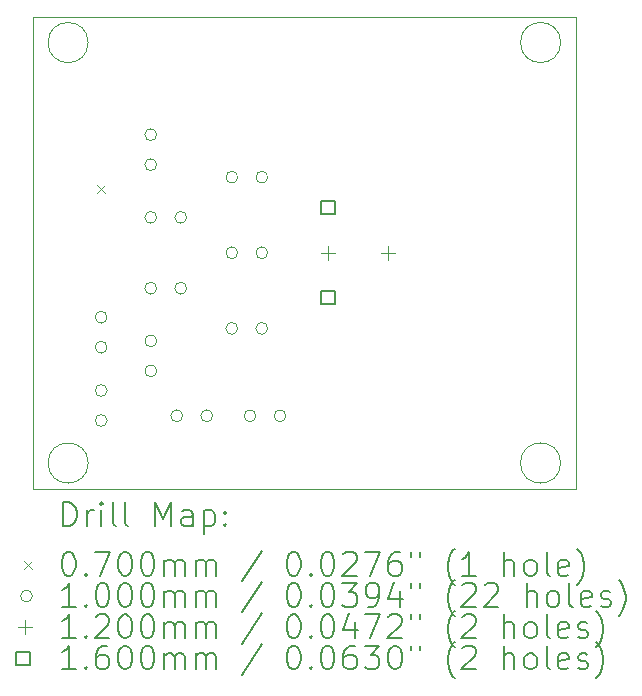
<source format=gbr>
%TF.GenerationSoftware,KiCad,Pcbnew,9.0.0*%
%TF.CreationDate,2025-03-06T01:50:57+08:00*%
%TF.ProjectId,HighDRMic_EVB,48696768-4452-44d6-9963-5f4556422e6b,rev?*%
%TF.SameCoordinates,Original*%
%TF.FileFunction,Drillmap*%
%TF.FilePolarity,Positive*%
%FSLAX45Y45*%
G04 Gerber Fmt 4.5, Leading zero omitted, Abs format (unit mm)*
G04 Created by KiCad (PCBNEW 9.0.0) date 2025-03-06 01:50:57*
%MOMM*%
%LPD*%
G01*
G04 APERTURE LIST*
%ADD10C,0.050000*%
%ADD11C,0.200000*%
%ADD12C,0.100000*%
%ADD13C,0.120000*%
%ADD14C,0.160000*%
G04 APERTURE END LIST*
D10*
X15670000Y-11780000D02*
G75*
G02*
X15330000Y-11780000I-170000J0D01*
G01*
X15330000Y-11780000D02*
G75*
G02*
X15670000Y-11780000I170000J0D01*
G01*
X19670000Y-8220000D02*
G75*
G02*
X19330000Y-8220000I-170000J0D01*
G01*
X19330000Y-8220000D02*
G75*
G02*
X19670000Y-8220000I170000J0D01*
G01*
X15200000Y-8000000D02*
X19800000Y-8000000D01*
X19800000Y-12000000D01*
X15200000Y-12000000D01*
X15200000Y-8000000D01*
X15670000Y-8220000D02*
G75*
G02*
X15330000Y-8220000I-170000J0D01*
G01*
X15330000Y-8220000D02*
G75*
G02*
X15670000Y-8220000I170000J0D01*
G01*
X19670000Y-11780000D02*
G75*
G02*
X19330000Y-11780000I-170000J0D01*
G01*
X19330000Y-11780000D02*
G75*
G02*
X19670000Y-11780000I170000J0D01*
G01*
D11*
D12*
X15745000Y-9425000D02*
X15815000Y-9495000D01*
X15815000Y-9425000D02*
X15745000Y-9495000D01*
X15830000Y-10546000D02*
G75*
G02*
X15730000Y-10546000I-50000J0D01*
G01*
X15730000Y-10546000D02*
G75*
G02*
X15830000Y-10546000I50000J0D01*
G01*
X15830000Y-10800000D02*
G75*
G02*
X15730000Y-10800000I-50000J0D01*
G01*
X15730000Y-10800000D02*
G75*
G02*
X15830000Y-10800000I50000J0D01*
G01*
X15830000Y-11166000D02*
G75*
G02*
X15730000Y-11166000I-50000J0D01*
G01*
X15730000Y-11166000D02*
G75*
G02*
X15830000Y-11166000I50000J0D01*
G01*
X15830000Y-11420000D02*
G75*
G02*
X15730000Y-11420000I-50000J0D01*
G01*
X15730000Y-11420000D02*
G75*
G02*
X15830000Y-11420000I50000J0D01*
G01*
X16250000Y-9000000D02*
G75*
G02*
X16150000Y-9000000I-50000J0D01*
G01*
X16150000Y-9000000D02*
G75*
G02*
X16250000Y-9000000I50000J0D01*
G01*
X16250000Y-9254000D02*
G75*
G02*
X16150000Y-9254000I-50000J0D01*
G01*
X16150000Y-9254000D02*
G75*
G02*
X16250000Y-9254000I50000J0D01*
G01*
X16250000Y-9700000D02*
G75*
G02*
X16150000Y-9700000I-50000J0D01*
G01*
X16150000Y-9700000D02*
G75*
G02*
X16250000Y-9700000I50000J0D01*
G01*
X16250000Y-10300000D02*
G75*
G02*
X16150000Y-10300000I-50000J0D01*
G01*
X16150000Y-10300000D02*
G75*
G02*
X16250000Y-10300000I50000J0D01*
G01*
X16250000Y-10746000D02*
G75*
G02*
X16150000Y-10746000I-50000J0D01*
G01*
X16150000Y-10746000D02*
G75*
G02*
X16250000Y-10746000I50000J0D01*
G01*
X16250000Y-11000000D02*
G75*
G02*
X16150000Y-11000000I-50000J0D01*
G01*
X16150000Y-11000000D02*
G75*
G02*
X16250000Y-11000000I50000J0D01*
G01*
X16470000Y-11380000D02*
G75*
G02*
X16370000Y-11380000I-50000J0D01*
G01*
X16370000Y-11380000D02*
G75*
G02*
X16470000Y-11380000I50000J0D01*
G01*
X16504000Y-9700000D02*
G75*
G02*
X16404000Y-9700000I-50000J0D01*
G01*
X16404000Y-9700000D02*
G75*
G02*
X16504000Y-9700000I50000J0D01*
G01*
X16504000Y-10300000D02*
G75*
G02*
X16404000Y-10300000I-50000J0D01*
G01*
X16404000Y-10300000D02*
G75*
G02*
X16504000Y-10300000I50000J0D01*
G01*
X16724000Y-11380000D02*
G75*
G02*
X16624000Y-11380000I-50000J0D01*
G01*
X16624000Y-11380000D02*
G75*
G02*
X16724000Y-11380000I50000J0D01*
G01*
X16936000Y-9360000D02*
G75*
G02*
X16836000Y-9360000I-50000J0D01*
G01*
X16836000Y-9360000D02*
G75*
G02*
X16936000Y-9360000I50000J0D01*
G01*
X16936000Y-10000000D02*
G75*
G02*
X16836000Y-10000000I-50000J0D01*
G01*
X16836000Y-10000000D02*
G75*
G02*
X16936000Y-10000000I50000J0D01*
G01*
X16936000Y-10640000D02*
G75*
G02*
X16836000Y-10640000I-50000J0D01*
G01*
X16836000Y-10640000D02*
G75*
G02*
X16936000Y-10640000I50000J0D01*
G01*
X17090000Y-11380000D02*
G75*
G02*
X16990000Y-11380000I-50000J0D01*
G01*
X16990000Y-11380000D02*
G75*
G02*
X17090000Y-11380000I50000J0D01*
G01*
X17190000Y-9360000D02*
G75*
G02*
X17090000Y-9360000I-50000J0D01*
G01*
X17090000Y-9360000D02*
G75*
G02*
X17190000Y-9360000I50000J0D01*
G01*
X17190000Y-10000000D02*
G75*
G02*
X17090000Y-10000000I-50000J0D01*
G01*
X17090000Y-10000000D02*
G75*
G02*
X17190000Y-10000000I50000J0D01*
G01*
X17190000Y-10640000D02*
G75*
G02*
X17090000Y-10640000I-50000J0D01*
G01*
X17090000Y-10640000D02*
G75*
G02*
X17190000Y-10640000I50000J0D01*
G01*
X17344000Y-11380000D02*
G75*
G02*
X17244000Y-11380000I-50000J0D01*
G01*
X17244000Y-11380000D02*
G75*
G02*
X17344000Y-11380000I50000J0D01*
G01*
D13*
X17700000Y-9940000D02*
X17700000Y-10060000D01*
X17640000Y-10000000D02*
X17760000Y-10000000D01*
X18208000Y-9940000D02*
X18208000Y-10060000D01*
X18148000Y-10000000D02*
X18268000Y-10000000D01*
D14*
X17756569Y-9675569D02*
X17756569Y-9562431D01*
X17643431Y-9562431D01*
X17643431Y-9675569D01*
X17756569Y-9675569D01*
X17756569Y-10437569D02*
X17756569Y-10324431D01*
X17643431Y-10324431D01*
X17643431Y-10437569D01*
X17756569Y-10437569D01*
D11*
X15458277Y-12313984D02*
X15458277Y-12113984D01*
X15458277Y-12113984D02*
X15505896Y-12113984D01*
X15505896Y-12113984D02*
X15534467Y-12123508D01*
X15534467Y-12123508D02*
X15553515Y-12142555D01*
X15553515Y-12142555D02*
X15563039Y-12161603D01*
X15563039Y-12161603D02*
X15572562Y-12199698D01*
X15572562Y-12199698D02*
X15572562Y-12228269D01*
X15572562Y-12228269D02*
X15563039Y-12266365D01*
X15563039Y-12266365D02*
X15553515Y-12285412D01*
X15553515Y-12285412D02*
X15534467Y-12304460D01*
X15534467Y-12304460D02*
X15505896Y-12313984D01*
X15505896Y-12313984D02*
X15458277Y-12313984D01*
X15658277Y-12313984D02*
X15658277Y-12180650D01*
X15658277Y-12218746D02*
X15667801Y-12199698D01*
X15667801Y-12199698D02*
X15677324Y-12190174D01*
X15677324Y-12190174D02*
X15696372Y-12180650D01*
X15696372Y-12180650D02*
X15715420Y-12180650D01*
X15782086Y-12313984D02*
X15782086Y-12180650D01*
X15782086Y-12113984D02*
X15772562Y-12123508D01*
X15772562Y-12123508D02*
X15782086Y-12133031D01*
X15782086Y-12133031D02*
X15791610Y-12123508D01*
X15791610Y-12123508D02*
X15782086Y-12113984D01*
X15782086Y-12113984D02*
X15782086Y-12133031D01*
X15905896Y-12313984D02*
X15886848Y-12304460D01*
X15886848Y-12304460D02*
X15877324Y-12285412D01*
X15877324Y-12285412D02*
X15877324Y-12113984D01*
X16010658Y-12313984D02*
X15991610Y-12304460D01*
X15991610Y-12304460D02*
X15982086Y-12285412D01*
X15982086Y-12285412D02*
X15982086Y-12113984D01*
X16239229Y-12313984D02*
X16239229Y-12113984D01*
X16239229Y-12113984D02*
X16305896Y-12256841D01*
X16305896Y-12256841D02*
X16372562Y-12113984D01*
X16372562Y-12113984D02*
X16372562Y-12313984D01*
X16553515Y-12313984D02*
X16553515Y-12209222D01*
X16553515Y-12209222D02*
X16543991Y-12190174D01*
X16543991Y-12190174D02*
X16524943Y-12180650D01*
X16524943Y-12180650D02*
X16486848Y-12180650D01*
X16486848Y-12180650D02*
X16467801Y-12190174D01*
X16553515Y-12304460D02*
X16534467Y-12313984D01*
X16534467Y-12313984D02*
X16486848Y-12313984D01*
X16486848Y-12313984D02*
X16467801Y-12304460D01*
X16467801Y-12304460D02*
X16458277Y-12285412D01*
X16458277Y-12285412D02*
X16458277Y-12266365D01*
X16458277Y-12266365D02*
X16467801Y-12247317D01*
X16467801Y-12247317D02*
X16486848Y-12237793D01*
X16486848Y-12237793D02*
X16534467Y-12237793D01*
X16534467Y-12237793D02*
X16553515Y-12228269D01*
X16648753Y-12180650D02*
X16648753Y-12380650D01*
X16648753Y-12190174D02*
X16667801Y-12180650D01*
X16667801Y-12180650D02*
X16705896Y-12180650D01*
X16705896Y-12180650D02*
X16724943Y-12190174D01*
X16724943Y-12190174D02*
X16734467Y-12199698D01*
X16734467Y-12199698D02*
X16743991Y-12218746D01*
X16743991Y-12218746D02*
X16743991Y-12275888D01*
X16743991Y-12275888D02*
X16734467Y-12294936D01*
X16734467Y-12294936D02*
X16724943Y-12304460D01*
X16724943Y-12304460D02*
X16705896Y-12313984D01*
X16705896Y-12313984D02*
X16667801Y-12313984D01*
X16667801Y-12313984D02*
X16648753Y-12304460D01*
X16829705Y-12294936D02*
X16839229Y-12304460D01*
X16839229Y-12304460D02*
X16829705Y-12313984D01*
X16829705Y-12313984D02*
X16820182Y-12304460D01*
X16820182Y-12304460D02*
X16829705Y-12294936D01*
X16829705Y-12294936D02*
X16829705Y-12313984D01*
X16829705Y-12190174D02*
X16839229Y-12199698D01*
X16839229Y-12199698D02*
X16829705Y-12209222D01*
X16829705Y-12209222D02*
X16820182Y-12199698D01*
X16820182Y-12199698D02*
X16829705Y-12190174D01*
X16829705Y-12190174D02*
X16829705Y-12209222D01*
D12*
X15127500Y-12607500D02*
X15197500Y-12677500D01*
X15197500Y-12607500D02*
X15127500Y-12677500D01*
D11*
X15496372Y-12533984D02*
X15515420Y-12533984D01*
X15515420Y-12533984D02*
X15534467Y-12543508D01*
X15534467Y-12543508D02*
X15543991Y-12553031D01*
X15543991Y-12553031D02*
X15553515Y-12572079D01*
X15553515Y-12572079D02*
X15563039Y-12610174D01*
X15563039Y-12610174D02*
X15563039Y-12657793D01*
X15563039Y-12657793D02*
X15553515Y-12695888D01*
X15553515Y-12695888D02*
X15543991Y-12714936D01*
X15543991Y-12714936D02*
X15534467Y-12724460D01*
X15534467Y-12724460D02*
X15515420Y-12733984D01*
X15515420Y-12733984D02*
X15496372Y-12733984D01*
X15496372Y-12733984D02*
X15477324Y-12724460D01*
X15477324Y-12724460D02*
X15467801Y-12714936D01*
X15467801Y-12714936D02*
X15458277Y-12695888D01*
X15458277Y-12695888D02*
X15448753Y-12657793D01*
X15448753Y-12657793D02*
X15448753Y-12610174D01*
X15448753Y-12610174D02*
X15458277Y-12572079D01*
X15458277Y-12572079D02*
X15467801Y-12553031D01*
X15467801Y-12553031D02*
X15477324Y-12543508D01*
X15477324Y-12543508D02*
X15496372Y-12533984D01*
X15648753Y-12714936D02*
X15658277Y-12724460D01*
X15658277Y-12724460D02*
X15648753Y-12733984D01*
X15648753Y-12733984D02*
X15639229Y-12724460D01*
X15639229Y-12724460D02*
X15648753Y-12714936D01*
X15648753Y-12714936D02*
X15648753Y-12733984D01*
X15724943Y-12533984D02*
X15858277Y-12533984D01*
X15858277Y-12533984D02*
X15772562Y-12733984D01*
X15972562Y-12533984D02*
X15991610Y-12533984D01*
X15991610Y-12533984D02*
X16010658Y-12543508D01*
X16010658Y-12543508D02*
X16020182Y-12553031D01*
X16020182Y-12553031D02*
X16029705Y-12572079D01*
X16029705Y-12572079D02*
X16039229Y-12610174D01*
X16039229Y-12610174D02*
X16039229Y-12657793D01*
X16039229Y-12657793D02*
X16029705Y-12695888D01*
X16029705Y-12695888D02*
X16020182Y-12714936D01*
X16020182Y-12714936D02*
X16010658Y-12724460D01*
X16010658Y-12724460D02*
X15991610Y-12733984D01*
X15991610Y-12733984D02*
X15972562Y-12733984D01*
X15972562Y-12733984D02*
X15953515Y-12724460D01*
X15953515Y-12724460D02*
X15943991Y-12714936D01*
X15943991Y-12714936D02*
X15934467Y-12695888D01*
X15934467Y-12695888D02*
X15924943Y-12657793D01*
X15924943Y-12657793D02*
X15924943Y-12610174D01*
X15924943Y-12610174D02*
X15934467Y-12572079D01*
X15934467Y-12572079D02*
X15943991Y-12553031D01*
X15943991Y-12553031D02*
X15953515Y-12543508D01*
X15953515Y-12543508D02*
X15972562Y-12533984D01*
X16163039Y-12533984D02*
X16182086Y-12533984D01*
X16182086Y-12533984D02*
X16201134Y-12543508D01*
X16201134Y-12543508D02*
X16210658Y-12553031D01*
X16210658Y-12553031D02*
X16220182Y-12572079D01*
X16220182Y-12572079D02*
X16229705Y-12610174D01*
X16229705Y-12610174D02*
X16229705Y-12657793D01*
X16229705Y-12657793D02*
X16220182Y-12695888D01*
X16220182Y-12695888D02*
X16210658Y-12714936D01*
X16210658Y-12714936D02*
X16201134Y-12724460D01*
X16201134Y-12724460D02*
X16182086Y-12733984D01*
X16182086Y-12733984D02*
X16163039Y-12733984D01*
X16163039Y-12733984D02*
X16143991Y-12724460D01*
X16143991Y-12724460D02*
X16134467Y-12714936D01*
X16134467Y-12714936D02*
X16124943Y-12695888D01*
X16124943Y-12695888D02*
X16115420Y-12657793D01*
X16115420Y-12657793D02*
X16115420Y-12610174D01*
X16115420Y-12610174D02*
X16124943Y-12572079D01*
X16124943Y-12572079D02*
X16134467Y-12553031D01*
X16134467Y-12553031D02*
X16143991Y-12543508D01*
X16143991Y-12543508D02*
X16163039Y-12533984D01*
X16315420Y-12733984D02*
X16315420Y-12600650D01*
X16315420Y-12619698D02*
X16324943Y-12610174D01*
X16324943Y-12610174D02*
X16343991Y-12600650D01*
X16343991Y-12600650D02*
X16372563Y-12600650D01*
X16372563Y-12600650D02*
X16391610Y-12610174D01*
X16391610Y-12610174D02*
X16401134Y-12629222D01*
X16401134Y-12629222D02*
X16401134Y-12733984D01*
X16401134Y-12629222D02*
X16410658Y-12610174D01*
X16410658Y-12610174D02*
X16429705Y-12600650D01*
X16429705Y-12600650D02*
X16458277Y-12600650D01*
X16458277Y-12600650D02*
X16477324Y-12610174D01*
X16477324Y-12610174D02*
X16486848Y-12629222D01*
X16486848Y-12629222D02*
X16486848Y-12733984D01*
X16582086Y-12733984D02*
X16582086Y-12600650D01*
X16582086Y-12619698D02*
X16591610Y-12610174D01*
X16591610Y-12610174D02*
X16610658Y-12600650D01*
X16610658Y-12600650D02*
X16639229Y-12600650D01*
X16639229Y-12600650D02*
X16658277Y-12610174D01*
X16658277Y-12610174D02*
X16667801Y-12629222D01*
X16667801Y-12629222D02*
X16667801Y-12733984D01*
X16667801Y-12629222D02*
X16677324Y-12610174D01*
X16677324Y-12610174D02*
X16696372Y-12600650D01*
X16696372Y-12600650D02*
X16724943Y-12600650D01*
X16724943Y-12600650D02*
X16743991Y-12610174D01*
X16743991Y-12610174D02*
X16753515Y-12629222D01*
X16753515Y-12629222D02*
X16753515Y-12733984D01*
X17143991Y-12524460D02*
X16972563Y-12781603D01*
X17401134Y-12533984D02*
X17420182Y-12533984D01*
X17420182Y-12533984D02*
X17439229Y-12543508D01*
X17439229Y-12543508D02*
X17448753Y-12553031D01*
X17448753Y-12553031D02*
X17458277Y-12572079D01*
X17458277Y-12572079D02*
X17467801Y-12610174D01*
X17467801Y-12610174D02*
X17467801Y-12657793D01*
X17467801Y-12657793D02*
X17458277Y-12695888D01*
X17458277Y-12695888D02*
X17448753Y-12714936D01*
X17448753Y-12714936D02*
X17439229Y-12724460D01*
X17439229Y-12724460D02*
X17420182Y-12733984D01*
X17420182Y-12733984D02*
X17401134Y-12733984D01*
X17401134Y-12733984D02*
X17382087Y-12724460D01*
X17382087Y-12724460D02*
X17372563Y-12714936D01*
X17372563Y-12714936D02*
X17363039Y-12695888D01*
X17363039Y-12695888D02*
X17353515Y-12657793D01*
X17353515Y-12657793D02*
X17353515Y-12610174D01*
X17353515Y-12610174D02*
X17363039Y-12572079D01*
X17363039Y-12572079D02*
X17372563Y-12553031D01*
X17372563Y-12553031D02*
X17382087Y-12543508D01*
X17382087Y-12543508D02*
X17401134Y-12533984D01*
X17553515Y-12714936D02*
X17563039Y-12724460D01*
X17563039Y-12724460D02*
X17553515Y-12733984D01*
X17553515Y-12733984D02*
X17543991Y-12724460D01*
X17543991Y-12724460D02*
X17553515Y-12714936D01*
X17553515Y-12714936D02*
X17553515Y-12733984D01*
X17686848Y-12533984D02*
X17705896Y-12533984D01*
X17705896Y-12533984D02*
X17724944Y-12543508D01*
X17724944Y-12543508D02*
X17734468Y-12553031D01*
X17734468Y-12553031D02*
X17743991Y-12572079D01*
X17743991Y-12572079D02*
X17753515Y-12610174D01*
X17753515Y-12610174D02*
X17753515Y-12657793D01*
X17753515Y-12657793D02*
X17743991Y-12695888D01*
X17743991Y-12695888D02*
X17734468Y-12714936D01*
X17734468Y-12714936D02*
X17724944Y-12724460D01*
X17724944Y-12724460D02*
X17705896Y-12733984D01*
X17705896Y-12733984D02*
X17686848Y-12733984D01*
X17686848Y-12733984D02*
X17667801Y-12724460D01*
X17667801Y-12724460D02*
X17658277Y-12714936D01*
X17658277Y-12714936D02*
X17648753Y-12695888D01*
X17648753Y-12695888D02*
X17639229Y-12657793D01*
X17639229Y-12657793D02*
X17639229Y-12610174D01*
X17639229Y-12610174D02*
X17648753Y-12572079D01*
X17648753Y-12572079D02*
X17658277Y-12553031D01*
X17658277Y-12553031D02*
X17667801Y-12543508D01*
X17667801Y-12543508D02*
X17686848Y-12533984D01*
X17829706Y-12553031D02*
X17839229Y-12543508D01*
X17839229Y-12543508D02*
X17858277Y-12533984D01*
X17858277Y-12533984D02*
X17905896Y-12533984D01*
X17905896Y-12533984D02*
X17924944Y-12543508D01*
X17924944Y-12543508D02*
X17934468Y-12553031D01*
X17934468Y-12553031D02*
X17943991Y-12572079D01*
X17943991Y-12572079D02*
X17943991Y-12591127D01*
X17943991Y-12591127D02*
X17934468Y-12619698D01*
X17934468Y-12619698D02*
X17820182Y-12733984D01*
X17820182Y-12733984D02*
X17943991Y-12733984D01*
X18010658Y-12533984D02*
X18143991Y-12533984D01*
X18143991Y-12533984D02*
X18058277Y-12733984D01*
X18305896Y-12533984D02*
X18267801Y-12533984D01*
X18267801Y-12533984D02*
X18248753Y-12543508D01*
X18248753Y-12543508D02*
X18239229Y-12553031D01*
X18239229Y-12553031D02*
X18220182Y-12581603D01*
X18220182Y-12581603D02*
X18210658Y-12619698D01*
X18210658Y-12619698D02*
X18210658Y-12695888D01*
X18210658Y-12695888D02*
X18220182Y-12714936D01*
X18220182Y-12714936D02*
X18229706Y-12724460D01*
X18229706Y-12724460D02*
X18248753Y-12733984D01*
X18248753Y-12733984D02*
X18286849Y-12733984D01*
X18286849Y-12733984D02*
X18305896Y-12724460D01*
X18305896Y-12724460D02*
X18315420Y-12714936D01*
X18315420Y-12714936D02*
X18324944Y-12695888D01*
X18324944Y-12695888D02*
X18324944Y-12648269D01*
X18324944Y-12648269D02*
X18315420Y-12629222D01*
X18315420Y-12629222D02*
X18305896Y-12619698D01*
X18305896Y-12619698D02*
X18286849Y-12610174D01*
X18286849Y-12610174D02*
X18248753Y-12610174D01*
X18248753Y-12610174D02*
X18229706Y-12619698D01*
X18229706Y-12619698D02*
X18220182Y-12629222D01*
X18220182Y-12629222D02*
X18210658Y-12648269D01*
X18401134Y-12533984D02*
X18401134Y-12572079D01*
X18477325Y-12533984D02*
X18477325Y-12572079D01*
X18772563Y-12810174D02*
X18763039Y-12800650D01*
X18763039Y-12800650D02*
X18743991Y-12772079D01*
X18743991Y-12772079D02*
X18734468Y-12753031D01*
X18734468Y-12753031D02*
X18724944Y-12724460D01*
X18724944Y-12724460D02*
X18715420Y-12676841D01*
X18715420Y-12676841D02*
X18715420Y-12638746D01*
X18715420Y-12638746D02*
X18724944Y-12591127D01*
X18724944Y-12591127D02*
X18734468Y-12562555D01*
X18734468Y-12562555D02*
X18743991Y-12543508D01*
X18743991Y-12543508D02*
X18763039Y-12514936D01*
X18763039Y-12514936D02*
X18772563Y-12505412D01*
X18953515Y-12733984D02*
X18839230Y-12733984D01*
X18896372Y-12733984D02*
X18896372Y-12533984D01*
X18896372Y-12533984D02*
X18877325Y-12562555D01*
X18877325Y-12562555D02*
X18858277Y-12581603D01*
X18858277Y-12581603D02*
X18839230Y-12591127D01*
X19191611Y-12733984D02*
X19191611Y-12533984D01*
X19277325Y-12733984D02*
X19277325Y-12629222D01*
X19277325Y-12629222D02*
X19267801Y-12610174D01*
X19267801Y-12610174D02*
X19248753Y-12600650D01*
X19248753Y-12600650D02*
X19220182Y-12600650D01*
X19220182Y-12600650D02*
X19201134Y-12610174D01*
X19201134Y-12610174D02*
X19191611Y-12619698D01*
X19401134Y-12733984D02*
X19382087Y-12724460D01*
X19382087Y-12724460D02*
X19372563Y-12714936D01*
X19372563Y-12714936D02*
X19363039Y-12695888D01*
X19363039Y-12695888D02*
X19363039Y-12638746D01*
X19363039Y-12638746D02*
X19372563Y-12619698D01*
X19372563Y-12619698D02*
X19382087Y-12610174D01*
X19382087Y-12610174D02*
X19401134Y-12600650D01*
X19401134Y-12600650D02*
X19429706Y-12600650D01*
X19429706Y-12600650D02*
X19448753Y-12610174D01*
X19448753Y-12610174D02*
X19458277Y-12619698D01*
X19458277Y-12619698D02*
X19467801Y-12638746D01*
X19467801Y-12638746D02*
X19467801Y-12695888D01*
X19467801Y-12695888D02*
X19458277Y-12714936D01*
X19458277Y-12714936D02*
X19448753Y-12724460D01*
X19448753Y-12724460D02*
X19429706Y-12733984D01*
X19429706Y-12733984D02*
X19401134Y-12733984D01*
X19582087Y-12733984D02*
X19563039Y-12724460D01*
X19563039Y-12724460D02*
X19553515Y-12705412D01*
X19553515Y-12705412D02*
X19553515Y-12533984D01*
X19734468Y-12724460D02*
X19715420Y-12733984D01*
X19715420Y-12733984D02*
X19677325Y-12733984D01*
X19677325Y-12733984D02*
X19658277Y-12724460D01*
X19658277Y-12724460D02*
X19648753Y-12705412D01*
X19648753Y-12705412D02*
X19648753Y-12629222D01*
X19648753Y-12629222D02*
X19658277Y-12610174D01*
X19658277Y-12610174D02*
X19677325Y-12600650D01*
X19677325Y-12600650D02*
X19715420Y-12600650D01*
X19715420Y-12600650D02*
X19734468Y-12610174D01*
X19734468Y-12610174D02*
X19743992Y-12629222D01*
X19743992Y-12629222D02*
X19743992Y-12648269D01*
X19743992Y-12648269D02*
X19648753Y-12667317D01*
X19810658Y-12810174D02*
X19820182Y-12800650D01*
X19820182Y-12800650D02*
X19839230Y-12772079D01*
X19839230Y-12772079D02*
X19848753Y-12753031D01*
X19848753Y-12753031D02*
X19858277Y-12724460D01*
X19858277Y-12724460D02*
X19867801Y-12676841D01*
X19867801Y-12676841D02*
X19867801Y-12638746D01*
X19867801Y-12638746D02*
X19858277Y-12591127D01*
X19858277Y-12591127D02*
X19848753Y-12562555D01*
X19848753Y-12562555D02*
X19839230Y-12543508D01*
X19839230Y-12543508D02*
X19820182Y-12514936D01*
X19820182Y-12514936D02*
X19810658Y-12505412D01*
D12*
X15197500Y-12906500D02*
G75*
G02*
X15097500Y-12906500I-50000J0D01*
G01*
X15097500Y-12906500D02*
G75*
G02*
X15197500Y-12906500I50000J0D01*
G01*
D11*
X15563039Y-12997984D02*
X15448753Y-12997984D01*
X15505896Y-12997984D02*
X15505896Y-12797984D01*
X15505896Y-12797984D02*
X15486848Y-12826555D01*
X15486848Y-12826555D02*
X15467801Y-12845603D01*
X15467801Y-12845603D02*
X15448753Y-12855127D01*
X15648753Y-12978936D02*
X15658277Y-12988460D01*
X15658277Y-12988460D02*
X15648753Y-12997984D01*
X15648753Y-12997984D02*
X15639229Y-12988460D01*
X15639229Y-12988460D02*
X15648753Y-12978936D01*
X15648753Y-12978936D02*
X15648753Y-12997984D01*
X15782086Y-12797984D02*
X15801134Y-12797984D01*
X15801134Y-12797984D02*
X15820182Y-12807508D01*
X15820182Y-12807508D02*
X15829705Y-12817031D01*
X15829705Y-12817031D02*
X15839229Y-12836079D01*
X15839229Y-12836079D02*
X15848753Y-12874174D01*
X15848753Y-12874174D02*
X15848753Y-12921793D01*
X15848753Y-12921793D02*
X15839229Y-12959888D01*
X15839229Y-12959888D02*
X15829705Y-12978936D01*
X15829705Y-12978936D02*
X15820182Y-12988460D01*
X15820182Y-12988460D02*
X15801134Y-12997984D01*
X15801134Y-12997984D02*
X15782086Y-12997984D01*
X15782086Y-12997984D02*
X15763039Y-12988460D01*
X15763039Y-12988460D02*
X15753515Y-12978936D01*
X15753515Y-12978936D02*
X15743991Y-12959888D01*
X15743991Y-12959888D02*
X15734467Y-12921793D01*
X15734467Y-12921793D02*
X15734467Y-12874174D01*
X15734467Y-12874174D02*
X15743991Y-12836079D01*
X15743991Y-12836079D02*
X15753515Y-12817031D01*
X15753515Y-12817031D02*
X15763039Y-12807508D01*
X15763039Y-12807508D02*
X15782086Y-12797984D01*
X15972562Y-12797984D02*
X15991610Y-12797984D01*
X15991610Y-12797984D02*
X16010658Y-12807508D01*
X16010658Y-12807508D02*
X16020182Y-12817031D01*
X16020182Y-12817031D02*
X16029705Y-12836079D01*
X16029705Y-12836079D02*
X16039229Y-12874174D01*
X16039229Y-12874174D02*
X16039229Y-12921793D01*
X16039229Y-12921793D02*
X16029705Y-12959888D01*
X16029705Y-12959888D02*
X16020182Y-12978936D01*
X16020182Y-12978936D02*
X16010658Y-12988460D01*
X16010658Y-12988460D02*
X15991610Y-12997984D01*
X15991610Y-12997984D02*
X15972562Y-12997984D01*
X15972562Y-12997984D02*
X15953515Y-12988460D01*
X15953515Y-12988460D02*
X15943991Y-12978936D01*
X15943991Y-12978936D02*
X15934467Y-12959888D01*
X15934467Y-12959888D02*
X15924943Y-12921793D01*
X15924943Y-12921793D02*
X15924943Y-12874174D01*
X15924943Y-12874174D02*
X15934467Y-12836079D01*
X15934467Y-12836079D02*
X15943991Y-12817031D01*
X15943991Y-12817031D02*
X15953515Y-12807508D01*
X15953515Y-12807508D02*
X15972562Y-12797984D01*
X16163039Y-12797984D02*
X16182086Y-12797984D01*
X16182086Y-12797984D02*
X16201134Y-12807508D01*
X16201134Y-12807508D02*
X16210658Y-12817031D01*
X16210658Y-12817031D02*
X16220182Y-12836079D01*
X16220182Y-12836079D02*
X16229705Y-12874174D01*
X16229705Y-12874174D02*
X16229705Y-12921793D01*
X16229705Y-12921793D02*
X16220182Y-12959888D01*
X16220182Y-12959888D02*
X16210658Y-12978936D01*
X16210658Y-12978936D02*
X16201134Y-12988460D01*
X16201134Y-12988460D02*
X16182086Y-12997984D01*
X16182086Y-12997984D02*
X16163039Y-12997984D01*
X16163039Y-12997984D02*
X16143991Y-12988460D01*
X16143991Y-12988460D02*
X16134467Y-12978936D01*
X16134467Y-12978936D02*
X16124943Y-12959888D01*
X16124943Y-12959888D02*
X16115420Y-12921793D01*
X16115420Y-12921793D02*
X16115420Y-12874174D01*
X16115420Y-12874174D02*
X16124943Y-12836079D01*
X16124943Y-12836079D02*
X16134467Y-12817031D01*
X16134467Y-12817031D02*
X16143991Y-12807508D01*
X16143991Y-12807508D02*
X16163039Y-12797984D01*
X16315420Y-12997984D02*
X16315420Y-12864650D01*
X16315420Y-12883698D02*
X16324943Y-12874174D01*
X16324943Y-12874174D02*
X16343991Y-12864650D01*
X16343991Y-12864650D02*
X16372563Y-12864650D01*
X16372563Y-12864650D02*
X16391610Y-12874174D01*
X16391610Y-12874174D02*
X16401134Y-12893222D01*
X16401134Y-12893222D02*
X16401134Y-12997984D01*
X16401134Y-12893222D02*
X16410658Y-12874174D01*
X16410658Y-12874174D02*
X16429705Y-12864650D01*
X16429705Y-12864650D02*
X16458277Y-12864650D01*
X16458277Y-12864650D02*
X16477324Y-12874174D01*
X16477324Y-12874174D02*
X16486848Y-12893222D01*
X16486848Y-12893222D02*
X16486848Y-12997984D01*
X16582086Y-12997984D02*
X16582086Y-12864650D01*
X16582086Y-12883698D02*
X16591610Y-12874174D01*
X16591610Y-12874174D02*
X16610658Y-12864650D01*
X16610658Y-12864650D02*
X16639229Y-12864650D01*
X16639229Y-12864650D02*
X16658277Y-12874174D01*
X16658277Y-12874174D02*
X16667801Y-12893222D01*
X16667801Y-12893222D02*
X16667801Y-12997984D01*
X16667801Y-12893222D02*
X16677324Y-12874174D01*
X16677324Y-12874174D02*
X16696372Y-12864650D01*
X16696372Y-12864650D02*
X16724943Y-12864650D01*
X16724943Y-12864650D02*
X16743991Y-12874174D01*
X16743991Y-12874174D02*
X16753515Y-12893222D01*
X16753515Y-12893222D02*
X16753515Y-12997984D01*
X17143991Y-12788460D02*
X16972563Y-13045603D01*
X17401134Y-12797984D02*
X17420182Y-12797984D01*
X17420182Y-12797984D02*
X17439229Y-12807508D01*
X17439229Y-12807508D02*
X17448753Y-12817031D01*
X17448753Y-12817031D02*
X17458277Y-12836079D01*
X17458277Y-12836079D02*
X17467801Y-12874174D01*
X17467801Y-12874174D02*
X17467801Y-12921793D01*
X17467801Y-12921793D02*
X17458277Y-12959888D01*
X17458277Y-12959888D02*
X17448753Y-12978936D01*
X17448753Y-12978936D02*
X17439229Y-12988460D01*
X17439229Y-12988460D02*
X17420182Y-12997984D01*
X17420182Y-12997984D02*
X17401134Y-12997984D01*
X17401134Y-12997984D02*
X17382087Y-12988460D01*
X17382087Y-12988460D02*
X17372563Y-12978936D01*
X17372563Y-12978936D02*
X17363039Y-12959888D01*
X17363039Y-12959888D02*
X17353515Y-12921793D01*
X17353515Y-12921793D02*
X17353515Y-12874174D01*
X17353515Y-12874174D02*
X17363039Y-12836079D01*
X17363039Y-12836079D02*
X17372563Y-12817031D01*
X17372563Y-12817031D02*
X17382087Y-12807508D01*
X17382087Y-12807508D02*
X17401134Y-12797984D01*
X17553515Y-12978936D02*
X17563039Y-12988460D01*
X17563039Y-12988460D02*
X17553515Y-12997984D01*
X17553515Y-12997984D02*
X17543991Y-12988460D01*
X17543991Y-12988460D02*
X17553515Y-12978936D01*
X17553515Y-12978936D02*
X17553515Y-12997984D01*
X17686848Y-12797984D02*
X17705896Y-12797984D01*
X17705896Y-12797984D02*
X17724944Y-12807508D01*
X17724944Y-12807508D02*
X17734468Y-12817031D01*
X17734468Y-12817031D02*
X17743991Y-12836079D01*
X17743991Y-12836079D02*
X17753515Y-12874174D01*
X17753515Y-12874174D02*
X17753515Y-12921793D01*
X17753515Y-12921793D02*
X17743991Y-12959888D01*
X17743991Y-12959888D02*
X17734468Y-12978936D01*
X17734468Y-12978936D02*
X17724944Y-12988460D01*
X17724944Y-12988460D02*
X17705896Y-12997984D01*
X17705896Y-12997984D02*
X17686848Y-12997984D01*
X17686848Y-12997984D02*
X17667801Y-12988460D01*
X17667801Y-12988460D02*
X17658277Y-12978936D01*
X17658277Y-12978936D02*
X17648753Y-12959888D01*
X17648753Y-12959888D02*
X17639229Y-12921793D01*
X17639229Y-12921793D02*
X17639229Y-12874174D01*
X17639229Y-12874174D02*
X17648753Y-12836079D01*
X17648753Y-12836079D02*
X17658277Y-12817031D01*
X17658277Y-12817031D02*
X17667801Y-12807508D01*
X17667801Y-12807508D02*
X17686848Y-12797984D01*
X17820182Y-12797984D02*
X17943991Y-12797984D01*
X17943991Y-12797984D02*
X17877325Y-12874174D01*
X17877325Y-12874174D02*
X17905896Y-12874174D01*
X17905896Y-12874174D02*
X17924944Y-12883698D01*
X17924944Y-12883698D02*
X17934468Y-12893222D01*
X17934468Y-12893222D02*
X17943991Y-12912269D01*
X17943991Y-12912269D02*
X17943991Y-12959888D01*
X17943991Y-12959888D02*
X17934468Y-12978936D01*
X17934468Y-12978936D02*
X17924944Y-12988460D01*
X17924944Y-12988460D02*
X17905896Y-12997984D01*
X17905896Y-12997984D02*
X17848753Y-12997984D01*
X17848753Y-12997984D02*
X17829706Y-12988460D01*
X17829706Y-12988460D02*
X17820182Y-12978936D01*
X18039229Y-12997984D02*
X18077325Y-12997984D01*
X18077325Y-12997984D02*
X18096372Y-12988460D01*
X18096372Y-12988460D02*
X18105896Y-12978936D01*
X18105896Y-12978936D02*
X18124944Y-12950365D01*
X18124944Y-12950365D02*
X18134468Y-12912269D01*
X18134468Y-12912269D02*
X18134468Y-12836079D01*
X18134468Y-12836079D02*
X18124944Y-12817031D01*
X18124944Y-12817031D02*
X18115420Y-12807508D01*
X18115420Y-12807508D02*
X18096372Y-12797984D01*
X18096372Y-12797984D02*
X18058277Y-12797984D01*
X18058277Y-12797984D02*
X18039229Y-12807508D01*
X18039229Y-12807508D02*
X18029706Y-12817031D01*
X18029706Y-12817031D02*
X18020182Y-12836079D01*
X18020182Y-12836079D02*
X18020182Y-12883698D01*
X18020182Y-12883698D02*
X18029706Y-12902746D01*
X18029706Y-12902746D02*
X18039229Y-12912269D01*
X18039229Y-12912269D02*
X18058277Y-12921793D01*
X18058277Y-12921793D02*
X18096372Y-12921793D01*
X18096372Y-12921793D02*
X18115420Y-12912269D01*
X18115420Y-12912269D02*
X18124944Y-12902746D01*
X18124944Y-12902746D02*
X18134468Y-12883698D01*
X18305896Y-12864650D02*
X18305896Y-12997984D01*
X18258277Y-12788460D02*
X18210658Y-12931317D01*
X18210658Y-12931317D02*
X18334468Y-12931317D01*
X18401134Y-12797984D02*
X18401134Y-12836079D01*
X18477325Y-12797984D02*
X18477325Y-12836079D01*
X18772563Y-13074174D02*
X18763039Y-13064650D01*
X18763039Y-13064650D02*
X18743991Y-13036079D01*
X18743991Y-13036079D02*
X18734468Y-13017031D01*
X18734468Y-13017031D02*
X18724944Y-12988460D01*
X18724944Y-12988460D02*
X18715420Y-12940841D01*
X18715420Y-12940841D02*
X18715420Y-12902746D01*
X18715420Y-12902746D02*
X18724944Y-12855127D01*
X18724944Y-12855127D02*
X18734468Y-12826555D01*
X18734468Y-12826555D02*
X18743991Y-12807508D01*
X18743991Y-12807508D02*
X18763039Y-12778936D01*
X18763039Y-12778936D02*
X18772563Y-12769412D01*
X18839230Y-12817031D02*
X18848753Y-12807508D01*
X18848753Y-12807508D02*
X18867801Y-12797984D01*
X18867801Y-12797984D02*
X18915420Y-12797984D01*
X18915420Y-12797984D02*
X18934468Y-12807508D01*
X18934468Y-12807508D02*
X18943991Y-12817031D01*
X18943991Y-12817031D02*
X18953515Y-12836079D01*
X18953515Y-12836079D02*
X18953515Y-12855127D01*
X18953515Y-12855127D02*
X18943991Y-12883698D01*
X18943991Y-12883698D02*
X18829706Y-12997984D01*
X18829706Y-12997984D02*
X18953515Y-12997984D01*
X19029706Y-12817031D02*
X19039230Y-12807508D01*
X19039230Y-12807508D02*
X19058277Y-12797984D01*
X19058277Y-12797984D02*
X19105896Y-12797984D01*
X19105896Y-12797984D02*
X19124944Y-12807508D01*
X19124944Y-12807508D02*
X19134468Y-12817031D01*
X19134468Y-12817031D02*
X19143991Y-12836079D01*
X19143991Y-12836079D02*
X19143991Y-12855127D01*
X19143991Y-12855127D02*
X19134468Y-12883698D01*
X19134468Y-12883698D02*
X19020182Y-12997984D01*
X19020182Y-12997984D02*
X19143991Y-12997984D01*
X19382087Y-12997984D02*
X19382087Y-12797984D01*
X19467801Y-12997984D02*
X19467801Y-12893222D01*
X19467801Y-12893222D02*
X19458277Y-12874174D01*
X19458277Y-12874174D02*
X19439230Y-12864650D01*
X19439230Y-12864650D02*
X19410658Y-12864650D01*
X19410658Y-12864650D02*
X19391611Y-12874174D01*
X19391611Y-12874174D02*
X19382087Y-12883698D01*
X19591611Y-12997984D02*
X19572563Y-12988460D01*
X19572563Y-12988460D02*
X19563039Y-12978936D01*
X19563039Y-12978936D02*
X19553515Y-12959888D01*
X19553515Y-12959888D02*
X19553515Y-12902746D01*
X19553515Y-12902746D02*
X19563039Y-12883698D01*
X19563039Y-12883698D02*
X19572563Y-12874174D01*
X19572563Y-12874174D02*
X19591611Y-12864650D01*
X19591611Y-12864650D02*
X19620182Y-12864650D01*
X19620182Y-12864650D02*
X19639230Y-12874174D01*
X19639230Y-12874174D02*
X19648753Y-12883698D01*
X19648753Y-12883698D02*
X19658277Y-12902746D01*
X19658277Y-12902746D02*
X19658277Y-12959888D01*
X19658277Y-12959888D02*
X19648753Y-12978936D01*
X19648753Y-12978936D02*
X19639230Y-12988460D01*
X19639230Y-12988460D02*
X19620182Y-12997984D01*
X19620182Y-12997984D02*
X19591611Y-12997984D01*
X19772563Y-12997984D02*
X19753515Y-12988460D01*
X19753515Y-12988460D02*
X19743992Y-12969412D01*
X19743992Y-12969412D02*
X19743992Y-12797984D01*
X19924944Y-12988460D02*
X19905896Y-12997984D01*
X19905896Y-12997984D02*
X19867801Y-12997984D01*
X19867801Y-12997984D02*
X19848753Y-12988460D01*
X19848753Y-12988460D02*
X19839230Y-12969412D01*
X19839230Y-12969412D02*
X19839230Y-12893222D01*
X19839230Y-12893222D02*
X19848753Y-12874174D01*
X19848753Y-12874174D02*
X19867801Y-12864650D01*
X19867801Y-12864650D02*
X19905896Y-12864650D01*
X19905896Y-12864650D02*
X19924944Y-12874174D01*
X19924944Y-12874174D02*
X19934468Y-12893222D01*
X19934468Y-12893222D02*
X19934468Y-12912269D01*
X19934468Y-12912269D02*
X19839230Y-12931317D01*
X20010658Y-12988460D02*
X20029706Y-12997984D01*
X20029706Y-12997984D02*
X20067801Y-12997984D01*
X20067801Y-12997984D02*
X20086849Y-12988460D01*
X20086849Y-12988460D02*
X20096373Y-12969412D01*
X20096373Y-12969412D02*
X20096373Y-12959888D01*
X20096373Y-12959888D02*
X20086849Y-12940841D01*
X20086849Y-12940841D02*
X20067801Y-12931317D01*
X20067801Y-12931317D02*
X20039230Y-12931317D01*
X20039230Y-12931317D02*
X20020182Y-12921793D01*
X20020182Y-12921793D02*
X20010658Y-12902746D01*
X20010658Y-12902746D02*
X20010658Y-12893222D01*
X20010658Y-12893222D02*
X20020182Y-12874174D01*
X20020182Y-12874174D02*
X20039230Y-12864650D01*
X20039230Y-12864650D02*
X20067801Y-12864650D01*
X20067801Y-12864650D02*
X20086849Y-12874174D01*
X20163039Y-13074174D02*
X20172563Y-13064650D01*
X20172563Y-13064650D02*
X20191611Y-13036079D01*
X20191611Y-13036079D02*
X20201134Y-13017031D01*
X20201134Y-13017031D02*
X20210658Y-12988460D01*
X20210658Y-12988460D02*
X20220182Y-12940841D01*
X20220182Y-12940841D02*
X20220182Y-12902746D01*
X20220182Y-12902746D02*
X20210658Y-12855127D01*
X20210658Y-12855127D02*
X20201134Y-12826555D01*
X20201134Y-12826555D02*
X20191611Y-12807508D01*
X20191611Y-12807508D02*
X20172563Y-12778936D01*
X20172563Y-12778936D02*
X20163039Y-12769412D01*
D13*
X15137500Y-13110500D02*
X15137500Y-13230500D01*
X15077500Y-13170500D02*
X15197500Y-13170500D01*
D11*
X15563039Y-13261984D02*
X15448753Y-13261984D01*
X15505896Y-13261984D02*
X15505896Y-13061984D01*
X15505896Y-13061984D02*
X15486848Y-13090555D01*
X15486848Y-13090555D02*
X15467801Y-13109603D01*
X15467801Y-13109603D02*
X15448753Y-13119127D01*
X15648753Y-13242936D02*
X15658277Y-13252460D01*
X15658277Y-13252460D02*
X15648753Y-13261984D01*
X15648753Y-13261984D02*
X15639229Y-13252460D01*
X15639229Y-13252460D02*
X15648753Y-13242936D01*
X15648753Y-13242936D02*
X15648753Y-13261984D01*
X15734467Y-13081031D02*
X15743991Y-13071508D01*
X15743991Y-13071508D02*
X15763039Y-13061984D01*
X15763039Y-13061984D02*
X15810658Y-13061984D01*
X15810658Y-13061984D02*
X15829705Y-13071508D01*
X15829705Y-13071508D02*
X15839229Y-13081031D01*
X15839229Y-13081031D02*
X15848753Y-13100079D01*
X15848753Y-13100079D02*
X15848753Y-13119127D01*
X15848753Y-13119127D02*
X15839229Y-13147698D01*
X15839229Y-13147698D02*
X15724943Y-13261984D01*
X15724943Y-13261984D02*
X15848753Y-13261984D01*
X15972562Y-13061984D02*
X15991610Y-13061984D01*
X15991610Y-13061984D02*
X16010658Y-13071508D01*
X16010658Y-13071508D02*
X16020182Y-13081031D01*
X16020182Y-13081031D02*
X16029705Y-13100079D01*
X16029705Y-13100079D02*
X16039229Y-13138174D01*
X16039229Y-13138174D02*
X16039229Y-13185793D01*
X16039229Y-13185793D02*
X16029705Y-13223888D01*
X16029705Y-13223888D02*
X16020182Y-13242936D01*
X16020182Y-13242936D02*
X16010658Y-13252460D01*
X16010658Y-13252460D02*
X15991610Y-13261984D01*
X15991610Y-13261984D02*
X15972562Y-13261984D01*
X15972562Y-13261984D02*
X15953515Y-13252460D01*
X15953515Y-13252460D02*
X15943991Y-13242936D01*
X15943991Y-13242936D02*
X15934467Y-13223888D01*
X15934467Y-13223888D02*
X15924943Y-13185793D01*
X15924943Y-13185793D02*
X15924943Y-13138174D01*
X15924943Y-13138174D02*
X15934467Y-13100079D01*
X15934467Y-13100079D02*
X15943991Y-13081031D01*
X15943991Y-13081031D02*
X15953515Y-13071508D01*
X15953515Y-13071508D02*
X15972562Y-13061984D01*
X16163039Y-13061984D02*
X16182086Y-13061984D01*
X16182086Y-13061984D02*
X16201134Y-13071508D01*
X16201134Y-13071508D02*
X16210658Y-13081031D01*
X16210658Y-13081031D02*
X16220182Y-13100079D01*
X16220182Y-13100079D02*
X16229705Y-13138174D01*
X16229705Y-13138174D02*
X16229705Y-13185793D01*
X16229705Y-13185793D02*
X16220182Y-13223888D01*
X16220182Y-13223888D02*
X16210658Y-13242936D01*
X16210658Y-13242936D02*
X16201134Y-13252460D01*
X16201134Y-13252460D02*
X16182086Y-13261984D01*
X16182086Y-13261984D02*
X16163039Y-13261984D01*
X16163039Y-13261984D02*
X16143991Y-13252460D01*
X16143991Y-13252460D02*
X16134467Y-13242936D01*
X16134467Y-13242936D02*
X16124943Y-13223888D01*
X16124943Y-13223888D02*
X16115420Y-13185793D01*
X16115420Y-13185793D02*
X16115420Y-13138174D01*
X16115420Y-13138174D02*
X16124943Y-13100079D01*
X16124943Y-13100079D02*
X16134467Y-13081031D01*
X16134467Y-13081031D02*
X16143991Y-13071508D01*
X16143991Y-13071508D02*
X16163039Y-13061984D01*
X16315420Y-13261984D02*
X16315420Y-13128650D01*
X16315420Y-13147698D02*
X16324943Y-13138174D01*
X16324943Y-13138174D02*
X16343991Y-13128650D01*
X16343991Y-13128650D02*
X16372563Y-13128650D01*
X16372563Y-13128650D02*
X16391610Y-13138174D01*
X16391610Y-13138174D02*
X16401134Y-13157222D01*
X16401134Y-13157222D02*
X16401134Y-13261984D01*
X16401134Y-13157222D02*
X16410658Y-13138174D01*
X16410658Y-13138174D02*
X16429705Y-13128650D01*
X16429705Y-13128650D02*
X16458277Y-13128650D01*
X16458277Y-13128650D02*
X16477324Y-13138174D01*
X16477324Y-13138174D02*
X16486848Y-13157222D01*
X16486848Y-13157222D02*
X16486848Y-13261984D01*
X16582086Y-13261984D02*
X16582086Y-13128650D01*
X16582086Y-13147698D02*
X16591610Y-13138174D01*
X16591610Y-13138174D02*
X16610658Y-13128650D01*
X16610658Y-13128650D02*
X16639229Y-13128650D01*
X16639229Y-13128650D02*
X16658277Y-13138174D01*
X16658277Y-13138174D02*
X16667801Y-13157222D01*
X16667801Y-13157222D02*
X16667801Y-13261984D01*
X16667801Y-13157222D02*
X16677324Y-13138174D01*
X16677324Y-13138174D02*
X16696372Y-13128650D01*
X16696372Y-13128650D02*
X16724943Y-13128650D01*
X16724943Y-13128650D02*
X16743991Y-13138174D01*
X16743991Y-13138174D02*
X16753515Y-13157222D01*
X16753515Y-13157222D02*
X16753515Y-13261984D01*
X17143991Y-13052460D02*
X16972563Y-13309603D01*
X17401134Y-13061984D02*
X17420182Y-13061984D01*
X17420182Y-13061984D02*
X17439229Y-13071508D01*
X17439229Y-13071508D02*
X17448753Y-13081031D01*
X17448753Y-13081031D02*
X17458277Y-13100079D01*
X17458277Y-13100079D02*
X17467801Y-13138174D01*
X17467801Y-13138174D02*
X17467801Y-13185793D01*
X17467801Y-13185793D02*
X17458277Y-13223888D01*
X17458277Y-13223888D02*
X17448753Y-13242936D01*
X17448753Y-13242936D02*
X17439229Y-13252460D01*
X17439229Y-13252460D02*
X17420182Y-13261984D01*
X17420182Y-13261984D02*
X17401134Y-13261984D01*
X17401134Y-13261984D02*
X17382087Y-13252460D01*
X17382087Y-13252460D02*
X17372563Y-13242936D01*
X17372563Y-13242936D02*
X17363039Y-13223888D01*
X17363039Y-13223888D02*
X17353515Y-13185793D01*
X17353515Y-13185793D02*
X17353515Y-13138174D01*
X17353515Y-13138174D02*
X17363039Y-13100079D01*
X17363039Y-13100079D02*
X17372563Y-13081031D01*
X17372563Y-13081031D02*
X17382087Y-13071508D01*
X17382087Y-13071508D02*
X17401134Y-13061984D01*
X17553515Y-13242936D02*
X17563039Y-13252460D01*
X17563039Y-13252460D02*
X17553515Y-13261984D01*
X17553515Y-13261984D02*
X17543991Y-13252460D01*
X17543991Y-13252460D02*
X17553515Y-13242936D01*
X17553515Y-13242936D02*
X17553515Y-13261984D01*
X17686848Y-13061984D02*
X17705896Y-13061984D01*
X17705896Y-13061984D02*
X17724944Y-13071508D01*
X17724944Y-13071508D02*
X17734468Y-13081031D01*
X17734468Y-13081031D02*
X17743991Y-13100079D01*
X17743991Y-13100079D02*
X17753515Y-13138174D01*
X17753515Y-13138174D02*
X17753515Y-13185793D01*
X17753515Y-13185793D02*
X17743991Y-13223888D01*
X17743991Y-13223888D02*
X17734468Y-13242936D01*
X17734468Y-13242936D02*
X17724944Y-13252460D01*
X17724944Y-13252460D02*
X17705896Y-13261984D01*
X17705896Y-13261984D02*
X17686848Y-13261984D01*
X17686848Y-13261984D02*
X17667801Y-13252460D01*
X17667801Y-13252460D02*
X17658277Y-13242936D01*
X17658277Y-13242936D02*
X17648753Y-13223888D01*
X17648753Y-13223888D02*
X17639229Y-13185793D01*
X17639229Y-13185793D02*
X17639229Y-13138174D01*
X17639229Y-13138174D02*
X17648753Y-13100079D01*
X17648753Y-13100079D02*
X17658277Y-13081031D01*
X17658277Y-13081031D02*
X17667801Y-13071508D01*
X17667801Y-13071508D02*
X17686848Y-13061984D01*
X17924944Y-13128650D02*
X17924944Y-13261984D01*
X17877325Y-13052460D02*
X17829706Y-13195317D01*
X17829706Y-13195317D02*
X17953515Y-13195317D01*
X18010658Y-13061984D02*
X18143991Y-13061984D01*
X18143991Y-13061984D02*
X18058277Y-13261984D01*
X18210658Y-13081031D02*
X18220182Y-13071508D01*
X18220182Y-13071508D02*
X18239229Y-13061984D01*
X18239229Y-13061984D02*
X18286849Y-13061984D01*
X18286849Y-13061984D02*
X18305896Y-13071508D01*
X18305896Y-13071508D02*
X18315420Y-13081031D01*
X18315420Y-13081031D02*
X18324944Y-13100079D01*
X18324944Y-13100079D02*
X18324944Y-13119127D01*
X18324944Y-13119127D02*
X18315420Y-13147698D01*
X18315420Y-13147698D02*
X18201134Y-13261984D01*
X18201134Y-13261984D02*
X18324944Y-13261984D01*
X18401134Y-13061984D02*
X18401134Y-13100079D01*
X18477325Y-13061984D02*
X18477325Y-13100079D01*
X18772563Y-13338174D02*
X18763039Y-13328650D01*
X18763039Y-13328650D02*
X18743991Y-13300079D01*
X18743991Y-13300079D02*
X18734468Y-13281031D01*
X18734468Y-13281031D02*
X18724944Y-13252460D01*
X18724944Y-13252460D02*
X18715420Y-13204841D01*
X18715420Y-13204841D02*
X18715420Y-13166746D01*
X18715420Y-13166746D02*
X18724944Y-13119127D01*
X18724944Y-13119127D02*
X18734468Y-13090555D01*
X18734468Y-13090555D02*
X18743991Y-13071508D01*
X18743991Y-13071508D02*
X18763039Y-13042936D01*
X18763039Y-13042936D02*
X18772563Y-13033412D01*
X18839230Y-13081031D02*
X18848753Y-13071508D01*
X18848753Y-13071508D02*
X18867801Y-13061984D01*
X18867801Y-13061984D02*
X18915420Y-13061984D01*
X18915420Y-13061984D02*
X18934468Y-13071508D01*
X18934468Y-13071508D02*
X18943991Y-13081031D01*
X18943991Y-13081031D02*
X18953515Y-13100079D01*
X18953515Y-13100079D02*
X18953515Y-13119127D01*
X18953515Y-13119127D02*
X18943991Y-13147698D01*
X18943991Y-13147698D02*
X18829706Y-13261984D01*
X18829706Y-13261984D02*
X18953515Y-13261984D01*
X19191611Y-13261984D02*
X19191611Y-13061984D01*
X19277325Y-13261984D02*
X19277325Y-13157222D01*
X19277325Y-13157222D02*
X19267801Y-13138174D01*
X19267801Y-13138174D02*
X19248753Y-13128650D01*
X19248753Y-13128650D02*
X19220182Y-13128650D01*
X19220182Y-13128650D02*
X19201134Y-13138174D01*
X19201134Y-13138174D02*
X19191611Y-13147698D01*
X19401134Y-13261984D02*
X19382087Y-13252460D01*
X19382087Y-13252460D02*
X19372563Y-13242936D01*
X19372563Y-13242936D02*
X19363039Y-13223888D01*
X19363039Y-13223888D02*
X19363039Y-13166746D01*
X19363039Y-13166746D02*
X19372563Y-13147698D01*
X19372563Y-13147698D02*
X19382087Y-13138174D01*
X19382087Y-13138174D02*
X19401134Y-13128650D01*
X19401134Y-13128650D02*
X19429706Y-13128650D01*
X19429706Y-13128650D02*
X19448753Y-13138174D01*
X19448753Y-13138174D02*
X19458277Y-13147698D01*
X19458277Y-13147698D02*
X19467801Y-13166746D01*
X19467801Y-13166746D02*
X19467801Y-13223888D01*
X19467801Y-13223888D02*
X19458277Y-13242936D01*
X19458277Y-13242936D02*
X19448753Y-13252460D01*
X19448753Y-13252460D02*
X19429706Y-13261984D01*
X19429706Y-13261984D02*
X19401134Y-13261984D01*
X19582087Y-13261984D02*
X19563039Y-13252460D01*
X19563039Y-13252460D02*
X19553515Y-13233412D01*
X19553515Y-13233412D02*
X19553515Y-13061984D01*
X19734468Y-13252460D02*
X19715420Y-13261984D01*
X19715420Y-13261984D02*
X19677325Y-13261984D01*
X19677325Y-13261984D02*
X19658277Y-13252460D01*
X19658277Y-13252460D02*
X19648753Y-13233412D01*
X19648753Y-13233412D02*
X19648753Y-13157222D01*
X19648753Y-13157222D02*
X19658277Y-13138174D01*
X19658277Y-13138174D02*
X19677325Y-13128650D01*
X19677325Y-13128650D02*
X19715420Y-13128650D01*
X19715420Y-13128650D02*
X19734468Y-13138174D01*
X19734468Y-13138174D02*
X19743992Y-13157222D01*
X19743992Y-13157222D02*
X19743992Y-13176269D01*
X19743992Y-13176269D02*
X19648753Y-13195317D01*
X19820182Y-13252460D02*
X19839230Y-13261984D01*
X19839230Y-13261984D02*
X19877325Y-13261984D01*
X19877325Y-13261984D02*
X19896373Y-13252460D01*
X19896373Y-13252460D02*
X19905896Y-13233412D01*
X19905896Y-13233412D02*
X19905896Y-13223888D01*
X19905896Y-13223888D02*
X19896373Y-13204841D01*
X19896373Y-13204841D02*
X19877325Y-13195317D01*
X19877325Y-13195317D02*
X19848753Y-13195317D01*
X19848753Y-13195317D02*
X19829706Y-13185793D01*
X19829706Y-13185793D02*
X19820182Y-13166746D01*
X19820182Y-13166746D02*
X19820182Y-13157222D01*
X19820182Y-13157222D02*
X19829706Y-13138174D01*
X19829706Y-13138174D02*
X19848753Y-13128650D01*
X19848753Y-13128650D02*
X19877325Y-13128650D01*
X19877325Y-13128650D02*
X19896373Y-13138174D01*
X19972563Y-13338174D02*
X19982087Y-13328650D01*
X19982087Y-13328650D02*
X20001134Y-13300079D01*
X20001134Y-13300079D02*
X20010658Y-13281031D01*
X20010658Y-13281031D02*
X20020182Y-13252460D01*
X20020182Y-13252460D02*
X20029706Y-13204841D01*
X20029706Y-13204841D02*
X20029706Y-13166746D01*
X20029706Y-13166746D02*
X20020182Y-13119127D01*
X20020182Y-13119127D02*
X20010658Y-13090555D01*
X20010658Y-13090555D02*
X20001134Y-13071508D01*
X20001134Y-13071508D02*
X19982087Y-13042936D01*
X19982087Y-13042936D02*
X19972563Y-13033412D01*
D14*
X15174069Y-13491069D02*
X15174069Y-13377931D01*
X15060931Y-13377931D01*
X15060931Y-13491069D01*
X15174069Y-13491069D01*
D11*
X15563039Y-13525984D02*
X15448753Y-13525984D01*
X15505896Y-13525984D02*
X15505896Y-13325984D01*
X15505896Y-13325984D02*
X15486848Y-13354555D01*
X15486848Y-13354555D02*
X15467801Y-13373603D01*
X15467801Y-13373603D02*
X15448753Y-13383127D01*
X15648753Y-13506936D02*
X15658277Y-13516460D01*
X15658277Y-13516460D02*
X15648753Y-13525984D01*
X15648753Y-13525984D02*
X15639229Y-13516460D01*
X15639229Y-13516460D02*
X15648753Y-13506936D01*
X15648753Y-13506936D02*
X15648753Y-13525984D01*
X15829705Y-13325984D02*
X15791610Y-13325984D01*
X15791610Y-13325984D02*
X15772562Y-13335508D01*
X15772562Y-13335508D02*
X15763039Y-13345031D01*
X15763039Y-13345031D02*
X15743991Y-13373603D01*
X15743991Y-13373603D02*
X15734467Y-13411698D01*
X15734467Y-13411698D02*
X15734467Y-13487888D01*
X15734467Y-13487888D02*
X15743991Y-13506936D01*
X15743991Y-13506936D02*
X15753515Y-13516460D01*
X15753515Y-13516460D02*
X15772562Y-13525984D01*
X15772562Y-13525984D02*
X15810658Y-13525984D01*
X15810658Y-13525984D02*
X15829705Y-13516460D01*
X15829705Y-13516460D02*
X15839229Y-13506936D01*
X15839229Y-13506936D02*
X15848753Y-13487888D01*
X15848753Y-13487888D02*
X15848753Y-13440269D01*
X15848753Y-13440269D02*
X15839229Y-13421222D01*
X15839229Y-13421222D02*
X15829705Y-13411698D01*
X15829705Y-13411698D02*
X15810658Y-13402174D01*
X15810658Y-13402174D02*
X15772562Y-13402174D01*
X15772562Y-13402174D02*
X15753515Y-13411698D01*
X15753515Y-13411698D02*
X15743991Y-13421222D01*
X15743991Y-13421222D02*
X15734467Y-13440269D01*
X15972562Y-13325984D02*
X15991610Y-13325984D01*
X15991610Y-13325984D02*
X16010658Y-13335508D01*
X16010658Y-13335508D02*
X16020182Y-13345031D01*
X16020182Y-13345031D02*
X16029705Y-13364079D01*
X16029705Y-13364079D02*
X16039229Y-13402174D01*
X16039229Y-13402174D02*
X16039229Y-13449793D01*
X16039229Y-13449793D02*
X16029705Y-13487888D01*
X16029705Y-13487888D02*
X16020182Y-13506936D01*
X16020182Y-13506936D02*
X16010658Y-13516460D01*
X16010658Y-13516460D02*
X15991610Y-13525984D01*
X15991610Y-13525984D02*
X15972562Y-13525984D01*
X15972562Y-13525984D02*
X15953515Y-13516460D01*
X15953515Y-13516460D02*
X15943991Y-13506936D01*
X15943991Y-13506936D02*
X15934467Y-13487888D01*
X15934467Y-13487888D02*
X15924943Y-13449793D01*
X15924943Y-13449793D02*
X15924943Y-13402174D01*
X15924943Y-13402174D02*
X15934467Y-13364079D01*
X15934467Y-13364079D02*
X15943991Y-13345031D01*
X15943991Y-13345031D02*
X15953515Y-13335508D01*
X15953515Y-13335508D02*
X15972562Y-13325984D01*
X16163039Y-13325984D02*
X16182086Y-13325984D01*
X16182086Y-13325984D02*
X16201134Y-13335508D01*
X16201134Y-13335508D02*
X16210658Y-13345031D01*
X16210658Y-13345031D02*
X16220182Y-13364079D01*
X16220182Y-13364079D02*
X16229705Y-13402174D01*
X16229705Y-13402174D02*
X16229705Y-13449793D01*
X16229705Y-13449793D02*
X16220182Y-13487888D01*
X16220182Y-13487888D02*
X16210658Y-13506936D01*
X16210658Y-13506936D02*
X16201134Y-13516460D01*
X16201134Y-13516460D02*
X16182086Y-13525984D01*
X16182086Y-13525984D02*
X16163039Y-13525984D01*
X16163039Y-13525984D02*
X16143991Y-13516460D01*
X16143991Y-13516460D02*
X16134467Y-13506936D01*
X16134467Y-13506936D02*
X16124943Y-13487888D01*
X16124943Y-13487888D02*
X16115420Y-13449793D01*
X16115420Y-13449793D02*
X16115420Y-13402174D01*
X16115420Y-13402174D02*
X16124943Y-13364079D01*
X16124943Y-13364079D02*
X16134467Y-13345031D01*
X16134467Y-13345031D02*
X16143991Y-13335508D01*
X16143991Y-13335508D02*
X16163039Y-13325984D01*
X16315420Y-13525984D02*
X16315420Y-13392650D01*
X16315420Y-13411698D02*
X16324943Y-13402174D01*
X16324943Y-13402174D02*
X16343991Y-13392650D01*
X16343991Y-13392650D02*
X16372563Y-13392650D01*
X16372563Y-13392650D02*
X16391610Y-13402174D01*
X16391610Y-13402174D02*
X16401134Y-13421222D01*
X16401134Y-13421222D02*
X16401134Y-13525984D01*
X16401134Y-13421222D02*
X16410658Y-13402174D01*
X16410658Y-13402174D02*
X16429705Y-13392650D01*
X16429705Y-13392650D02*
X16458277Y-13392650D01*
X16458277Y-13392650D02*
X16477324Y-13402174D01*
X16477324Y-13402174D02*
X16486848Y-13421222D01*
X16486848Y-13421222D02*
X16486848Y-13525984D01*
X16582086Y-13525984D02*
X16582086Y-13392650D01*
X16582086Y-13411698D02*
X16591610Y-13402174D01*
X16591610Y-13402174D02*
X16610658Y-13392650D01*
X16610658Y-13392650D02*
X16639229Y-13392650D01*
X16639229Y-13392650D02*
X16658277Y-13402174D01*
X16658277Y-13402174D02*
X16667801Y-13421222D01*
X16667801Y-13421222D02*
X16667801Y-13525984D01*
X16667801Y-13421222D02*
X16677324Y-13402174D01*
X16677324Y-13402174D02*
X16696372Y-13392650D01*
X16696372Y-13392650D02*
X16724943Y-13392650D01*
X16724943Y-13392650D02*
X16743991Y-13402174D01*
X16743991Y-13402174D02*
X16753515Y-13421222D01*
X16753515Y-13421222D02*
X16753515Y-13525984D01*
X17143991Y-13316460D02*
X16972563Y-13573603D01*
X17401134Y-13325984D02*
X17420182Y-13325984D01*
X17420182Y-13325984D02*
X17439229Y-13335508D01*
X17439229Y-13335508D02*
X17448753Y-13345031D01*
X17448753Y-13345031D02*
X17458277Y-13364079D01*
X17458277Y-13364079D02*
X17467801Y-13402174D01*
X17467801Y-13402174D02*
X17467801Y-13449793D01*
X17467801Y-13449793D02*
X17458277Y-13487888D01*
X17458277Y-13487888D02*
X17448753Y-13506936D01*
X17448753Y-13506936D02*
X17439229Y-13516460D01*
X17439229Y-13516460D02*
X17420182Y-13525984D01*
X17420182Y-13525984D02*
X17401134Y-13525984D01*
X17401134Y-13525984D02*
X17382087Y-13516460D01*
X17382087Y-13516460D02*
X17372563Y-13506936D01*
X17372563Y-13506936D02*
X17363039Y-13487888D01*
X17363039Y-13487888D02*
X17353515Y-13449793D01*
X17353515Y-13449793D02*
X17353515Y-13402174D01*
X17353515Y-13402174D02*
X17363039Y-13364079D01*
X17363039Y-13364079D02*
X17372563Y-13345031D01*
X17372563Y-13345031D02*
X17382087Y-13335508D01*
X17382087Y-13335508D02*
X17401134Y-13325984D01*
X17553515Y-13506936D02*
X17563039Y-13516460D01*
X17563039Y-13516460D02*
X17553515Y-13525984D01*
X17553515Y-13525984D02*
X17543991Y-13516460D01*
X17543991Y-13516460D02*
X17553515Y-13506936D01*
X17553515Y-13506936D02*
X17553515Y-13525984D01*
X17686848Y-13325984D02*
X17705896Y-13325984D01*
X17705896Y-13325984D02*
X17724944Y-13335508D01*
X17724944Y-13335508D02*
X17734468Y-13345031D01*
X17734468Y-13345031D02*
X17743991Y-13364079D01*
X17743991Y-13364079D02*
X17753515Y-13402174D01*
X17753515Y-13402174D02*
X17753515Y-13449793D01*
X17753515Y-13449793D02*
X17743991Y-13487888D01*
X17743991Y-13487888D02*
X17734468Y-13506936D01*
X17734468Y-13506936D02*
X17724944Y-13516460D01*
X17724944Y-13516460D02*
X17705896Y-13525984D01*
X17705896Y-13525984D02*
X17686848Y-13525984D01*
X17686848Y-13525984D02*
X17667801Y-13516460D01*
X17667801Y-13516460D02*
X17658277Y-13506936D01*
X17658277Y-13506936D02*
X17648753Y-13487888D01*
X17648753Y-13487888D02*
X17639229Y-13449793D01*
X17639229Y-13449793D02*
X17639229Y-13402174D01*
X17639229Y-13402174D02*
X17648753Y-13364079D01*
X17648753Y-13364079D02*
X17658277Y-13345031D01*
X17658277Y-13345031D02*
X17667801Y-13335508D01*
X17667801Y-13335508D02*
X17686848Y-13325984D01*
X17924944Y-13325984D02*
X17886848Y-13325984D01*
X17886848Y-13325984D02*
X17867801Y-13335508D01*
X17867801Y-13335508D02*
X17858277Y-13345031D01*
X17858277Y-13345031D02*
X17839229Y-13373603D01*
X17839229Y-13373603D02*
X17829706Y-13411698D01*
X17829706Y-13411698D02*
X17829706Y-13487888D01*
X17829706Y-13487888D02*
X17839229Y-13506936D01*
X17839229Y-13506936D02*
X17848753Y-13516460D01*
X17848753Y-13516460D02*
X17867801Y-13525984D01*
X17867801Y-13525984D02*
X17905896Y-13525984D01*
X17905896Y-13525984D02*
X17924944Y-13516460D01*
X17924944Y-13516460D02*
X17934468Y-13506936D01*
X17934468Y-13506936D02*
X17943991Y-13487888D01*
X17943991Y-13487888D02*
X17943991Y-13440269D01*
X17943991Y-13440269D02*
X17934468Y-13421222D01*
X17934468Y-13421222D02*
X17924944Y-13411698D01*
X17924944Y-13411698D02*
X17905896Y-13402174D01*
X17905896Y-13402174D02*
X17867801Y-13402174D01*
X17867801Y-13402174D02*
X17848753Y-13411698D01*
X17848753Y-13411698D02*
X17839229Y-13421222D01*
X17839229Y-13421222D02*
X17829706Y-13440269D01*
X18010658Y-13325984D02*
X18134468Y-13325984D01*
X18134468Y-13325984D02*
X18067801Y-13402174D01*
X18067801Y-13402174D02*
X18096372Y-13402174D01*
X18096372Y-13402174D02*
X18115420Y-13411698D01*
X18115420Y-13411698D02*
X18124944Y-13421222D01*
X18124944Y-13421222D02*
X18134468Y-13440269D01*
X18134468Y-13440269D02*
X18134468Y-13487888D01*
X18134468Y-13487888D02*
X18124944Y-13506936D01*
X18124944Y-13506936D02*
X18115420Y-13516460D01*
X18115420Y-13516460D02*
X18096372Y-13525984D01*
X18096372Y-13525984D02*
X18039229Y-13525984D01*
X18039229Y-13525984D02*
X18020182Y-13516460D01*
X18020182Y-13516460D02*
X18010658Y-13506936D01*
X18258277Y-13325984D02*
X18277325Y-13325984D01*
X18277325Y-13325984D02*
X18296372Y-13335508D01*
X18296372Y-13335508D02*
X18305896Y-13345031D01*
X18305896Y-13345031D02*
X18315420Y-13364079D01*
X18315420Y-13364079D02*
X18324944Y-13402174D01*
X18324944Y-13402174D02*
X18324944Y-13449793D01*
X18324944Y-13449793D02*
X18315420Y-13487888D01*
X18315420Y-13487888D02*
X18305896Y-13506936D01*
X18305896Y-13506936D02*
X18296372Y-13516460D01*
X18296372Y-13516460D02*
X18277325Y-13525984D01*
X18277325Y-13525984D02*
X18258277Y-13525984D01*
X18258277Y-13525984D02*
X18239229Y-13516460D01*
X18239229Y-13516460D02*
X18229706Y-13506936D01*
X18229706Y-13506936D02*
X18220182Y-13487888D01*
X18220182Y-13487888D02*
X18210658Y-13449793D01*
X18210658Y-13449793D02*
X18210658Y-13402174D01*
X18210658Y-13402174D02*
X18220182Y-13364079D01*
X18220182Y-13364079D02*
X18229706Y-13345031D01*
X18229706Y-13345031D02*
X18239229Y-13335508D01*
X18239229Y-13335508D02*
X18258277Y-13325984D01*
X18401134Y-13325984D02*
X18401134Y-13364079D01*
X18477325Y-13325984D02*
X18477325Y-13364079D01*
X18772563Y-13602174D02*
X18763039Y-13592650D01*
X18763039Y-13592650D02*
X18743991Y-13564079D01*
X18743991Y-13564079D02*
X18734468Y-13545031D01*
X18734468Y-13545031D02*
X18724944Y-13516460D01*
X18724944Y-13516460D02*
X18715420Y-13468841D01*
X18715420Y-13468841D02*
X18715420Y-13430746D01*
X18715420Y-13430746D02*
X18724944Y-13383127D01*
X18724944Y-13383127D02*
X18734468Y-13354555D01*
X18734468Y-13354555D02*
X18743991Y-13335508D01*
X18743991Y-13335508D02*
X18763039Y-13306936D01*
X18763039Y-13306936D02*
X18772563Y-13297412D01*
X18839230Y-13345031D02*
X18848753Y-13335508D01*
X18848753Y-13335508D02*
X18867801Y-13325984D01*
X18867801Y-13325984D02*
X18915420Y-13325984D01*
X18915420Y-13325984D02*
X18934468Y-13335508D01*
X18934468Y-13335508D02*
X18943991Y-13345031D01*
X18943991Y-13345031D02*
X18953515Y-13364079D01*
X18953515Y-13364079D02*
X18953515Y-13383127D01*
X18953515Y-13383127D02*
X18943991Y-13411698D01*
X18943991Y-13411698D02*
X18829706Y-13525984D01*
X18829706Y-13525984D02*
X18953515Y-13525984D01*
X19191611Y-13525984D02*
X19191611Y-13325984D01*
X19277325Y-13525984D02*
X19277325Y-13421222D01*
X19277325Y-13421222D02*
X19267801Y-13402174D01*
X19267801Y-13402174D02*
X19248753Y-13392650D01*
X19248753Y-13392650D02*
X19220182Y-13392650D01*
X19220182Y-13392650D02*
X19201134Y-13402174D01*
X19201134Y-13402174D02*
X19191611Y-13411698D01*
X19401134Y-13525984D02*
X19382087Y-13516460D01*
X19382087Y-13516460D02*
X19372563Y-13506936D01*
X19372563Y-13506936D02*
X19363039Y-13487888D01*
X19363039Y-13487888D02*
X19363039Y-13430746D01*
X19363039Y-13430746D02*
X19372563Y-13411698D01*
X19372563Y-13411698D02*
X19382087Y-13402174D01*
X19382087Y-13402174D02*
X19401134Y-13392650D01*
X19401134Y-13392650D02*
X19429706Y-13392650D01*
X19429706Y-13392650D02*
X19448753Y-13402174D01*
X19448753Y-13402174D02*
X19458277Y-13411698D01*
X19458277Y-13411698D02*
X19467801Y-13430746D01*
X19467801Y-13430746D02*
X19467801Y-13487888D01*
X19467801Y-13487888D02*
X19458277Y-13506936D01*
X19458277Y-13506936D02*
X19448753Y-13516460D01*
X19448753Y-13516460D02*
X19429706Y-13525984D01*
X19429706Y-13525984D02*
X19401134Y-13525984D01*
X19582087Y-13525984D02*
X19563039Y-13516460D01*
X19563039Y-13516460D02*
X19553515Y-13497412D01*
X19553515Y-13497412D02*
X19553515Y-13325984D01*
X19734468Y-13516460D02*
X19715420Y-13525984D01*
X19715420Y-13525984D02*
X19677325Y-13525984D01*
X19677325Y-13525984D02*
X19658277Y-13516460D01*
X19658277Y-13516460D02*
X19648753Y-13497412D01*
X19648753Y-13497412D02*
X19648753Y-13421222D01*
X19648753Y-13421222D02*
X19658277Y-13402174D01*
X19658277Y-13402174D02*
X19677325Y-13392650D01*
X19677325Y-13392650D02*
X19715420Y-13392650D01*
X19715420Y-13392650D02*
X19734468Y-13402174D01*
X19734468Y-13402174D02*
X19743992Y-13421222D01*
X19743992Y-13421222D02*
X19743992Y-13440269D01*
X19743992Y-13440269D02*
X19648753Y-13459317D01*
X19820182Y-13516460D02*
X19839230Y-13525984D01*
X19839230Y-13525984D02*
X19877325Y-13525984D01*
X19877325Y-13525984D02*
X19896373Y-13516460D01*
X19896373Y-13516460D02*
X19905896Y-13497412D01*
X19905896Y-13497412D02*
X19905896Y-13487888D01*
X19905896Y-13487888D02*
X19896373Y-13468841D01*
X19896373Y-13468841D02*
X19877325Y-13459317D01*
X19877325Y-13459317D02*
X19848753Y-13459317D01*
X19848753Y-13459317D02*
X19829706Y-13449793D01*
X19829706Y-13449793D02*
X19820182Y-13430746D01*
X19820182Y-13430746D02*
X19820182Y-13421222D01*
X19820182Y-13421222D02*
X19829706Y-13402174D01*
X19829706Y-13402174D02*
X19848753Y-13392650D01*
X19848753Y-13392650D02*
X19877325Y-13392650D01*
X19877325Y-13392650D02*
X19896373Y-13402174D01*
X19972563Y-13602174D02*
X19982087Y-13592650D01*
X19982087Y-13592650D02*
X20001134Y-13564079D01*
X20001134Y-13564079D02*
X20010658Y-13545031D01*
X20010658Y-13545031D02*
X20020182Y-13516460D01*
X20020182Y-13516460D02*
X20029706Y-13468841D01*
X20029706Y-13468841D02*
X20029706Y-13430746D01*
X20029706Y-13430746D02*
X20020182Y-13383127D01*
X20020182Y-13383127D02*
X20010658Y-13354555D01*
X20010658Y-13354555D02*
X20001134Y-13335508D01*
X20001134Y-13335508D02*
X19982087Y-13306936D01*
X19982087Y-13306936D02*
X19972563Y-13297412D01*
M02*

</source>
